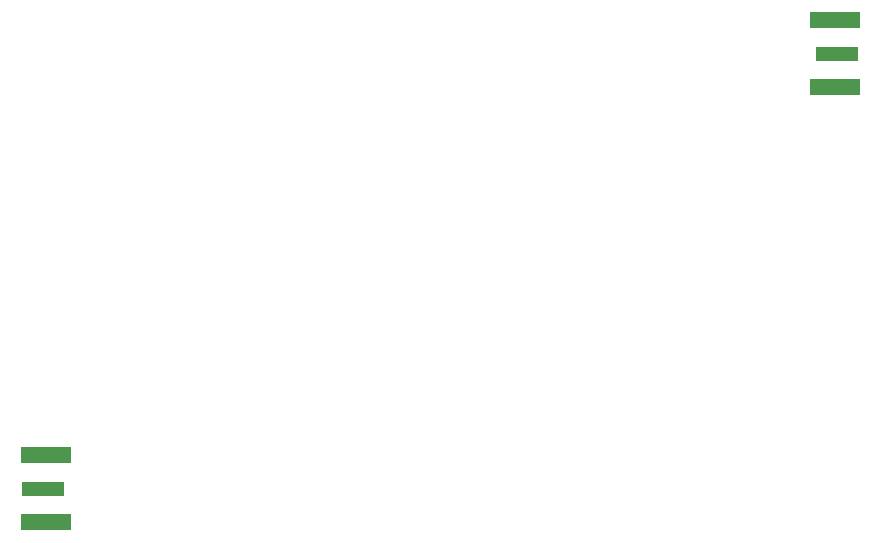
<source format=gbr>
%TF.GenerationSoftware,KiCad,Pcbnew,(5.1.5)-3*%
%TF.CreationDate,2020-11-10T23:28:25+01:00*%
%TF.ProjectId,Microstrip Filter,4d696372-6f73-4747-9269-702046696c74,1*%
%TF.SameCoordinates,Original*%
%TF.FileFunction,Paste,Top*%
%TF.FilePolarity,Positive*%
%FSLAX46Y46*%
G04 Gerber Fmt 4.6, Leading zero omitted, Abs format (unit mm)*
G04 Created by KiCad (PCBNEW (5.1.5)-3) date 2020-11-10 23:28:25*
%MOMM*%
%LPD*%
G04 APERTURE LIST*
%ADD10R,4.200000X1.350000*%
%ADD11R,3.600000X1.270000*%
G04 APERTURE END LIST*
D10*
%TO.C,J1*%
X30988000Y-66263000D03*
X30988000Y-71913000D03*
D11*
X30788000Y-69088000D03*
%TD*%
%TO.C,J2*%
X97990000Y-32258000D03*
D10*
X97790000Y-29433000D03*
X97790000Y-35083000D03*
%TD*%
M02*

</source>
